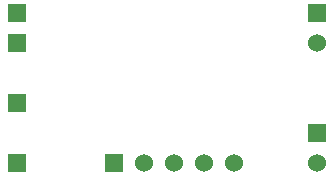
<source format=gbs>
G04 (created by PCBNEW (2013-07-07 BZR 4022)-stable) date 05/01/2015 10:26:05*
%MOIN*%
G04 Gerber Fmt 3.4, Leading zero omitted, Abs format*
%FSLAX34Y34*%
G01*
G70*
G90*
G04 APERTURE LIST*
%ADD10C,0.00590551*%
%ADD11R,0.06X0.06*%
%ADD12C,0.06*%
G04 APERTURE END LIST*
G54D10*
G54D11*
X85500Y-59500D03*
X85500Y-61500D03*
X85500Y-56500D03*
X85500Y-57500D03*
X95500Y-60500D03*
G54D12*
X95500Y-61500D03*
G54D11*
X95500Y-56500D03*
G54D12*
X95500Y-57500D03*
G54D11*
X88750Y-61500D03*
G54D12*
X89750Y-61500D03*
X90750Y-61500D03*
X91750Y-61500D03*
X92750Y-61500D03*
M02*

</source>
